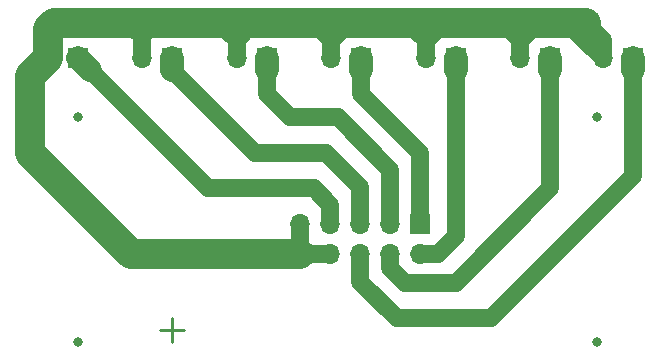
<source format=gbr>
%TF.GenerationSoftware,KiCad,Pcbnew,5.1.8*%
%TF.CreationDate,2021-02-12T19:11:50+01:00*%
%TF.ProjectId,breakout,62726561-6b6f-4757-942e-6b696361645f,rev?*%
%TF.SameCoordinates,Original*%
%TF.FileFunction,Copper,L2,Bot*%
%TF.FilePolarity,Positive*%
%FSLAX46Y46*%
G04 Gerber Fmt 4.6, Leading zero omitted, Abs format (unit mm)*
G04 Created by KiCad (PCBNEW 5.1.8) date 2021-02-12 19:11:50*
%MOMM*%
%LPD*%
G01*
G04 APERTURE LIST*
%TA.AperFunction,ComponentPad*%
%ADD10O,1.700000X1.700000*%
%TD*%
%TA.AperFunction,ComponentPad*%
%ADD11R,1.700000X1.700000*%
%TD*%
%TA.AperFunction,ViaPad*%
%ADD12C,0.800000*%
%TD*%
%TA.AperFunction,Conductor*%
%ADD13C,0.250000*%
%TD*%
%TA.AperFunction,Conductor*%
%ADD14C,1.500000*%
%TD*%
%TA.AperFunction,Conductor*%
%ADD15C,2.000000*%
%TD*%
%TA.AperFunction,Conductor*%
%ADD16C,2.500000*%
%TD*%
G04 APERTURE END LIST*
D10*
%TO.P,J4,2*%
%TO.N,/+12V*%
X173460000Y-62000000D03*
D11*
%TO.P,J4,1*%
%TO.N,/SEG_B*%
X176000000Y-62000000D03*
%TD*%
D10*
%TO.P,J7,2*%
%TO.N,/+12V*%
X133460000Y-62000000D03*
D11*
%TO.P,J7,1*%
%TO.N,/SEG_G*%
X136000000Y-62000000D03*
%TD*%
D10*
%TO.P,J3,2*%
%TO.N,/+12V*%
X149460000Y-62000000D03*
D11*
%TO.P,J3,1*%
%TO.N,/SEG_E*%
X152000000Y-62000000D03*
%TD*%
D10*
%TO.P,J2,2*%
%TO.N,/+12V*%
X165460000Y-62000000D03*
D11*
%TO.P,J2,1*%
%TO.N,/SEG_C*%
X168000000Y-62000000D03*
%TD*%
D10*
%TO.P,J6,2*%
%TO.N,/+12V*%
X180460000Y-62000000D03*
D11*
%TO.P,J6,1*%
%TO.N,/SEG_A*%
X183000000Y-62000000D03*
%TD*%
D10*
%TO.P,J1,2*%
%TO.N,/+12V*%
X157460000Y-62000000D03*
D11*
%TO.P,J1,1*%
%TO.N,/SEG_D*%
X160000000Y-62000000D03*
%TD*%
D10*
%TO.P,J5,2*%
%TO.N,/+12V*%
X141460000Y-62000000D03*
D11*
%TO.P,J5,1*%
%TO.N,/SEG_F*%
X144000000Y-62000000D03*
%TD*%
%TO.P,J0,1*%
%TO.N,/SEG_D*%
X165000000Y-76000000D03*
D10*
%TO.P,J0,2*%
%TO.N,/SEG_C*%
X165000000Y-78540000D03*
%TO.P,J0,3*%
%TO.N,/SEG_E*%
X162460000Y-76000000D03*
%TO.P,J0,4*%
%TO.N,/SEG_B*%
X162460000Y-78540000D03*
%TO.P,J0,5*%
%TO.N,/SEG_F*%
X159920000Y-76000000D03*
%TO.P,J0,6*%
%TO.N,/SEG_A*%
X159920000Y-78540000D03*
%TO.P,J0,7*%
%TO.N,/SEG_G*%
X157380000Y-76000000D03*
%TO.P,J0,8*%
%TO.N,/+12V*%
X157380000Y-78540000D03*
%TO.P,J0,9*%
X154840000Y-76000000D03*
%TO.P,J0,10*%
X154840000Y-78540000D03*
%TD*%
D12*
%TO.N,*%
X180000000Y-67000000D03*
X180000000Y-86000000D03*
X136000000Y-86000000D03*
X136000000Y-67000000D03*
%TD*%
D13*
%TO.N,*%
X144000000Y-84000000D02*
X144000000Y-86000000D01*
X143000000Y-85000000D02*
X145000000Y-85000000D01*
D14*
%TO.N,/SEG_D*%
X160000000Y-65000000D02*
X165000000Y-70000000D01*
X165000000Y-70000000D02*
X165000000Y-76000000D01*
D15*
X160000000Y-62000000D02*
X160000000Y-63000000D01*
D14*
X160000000Y-63000000D02*
X160000000Y-65000000D01*
%TO.N,/SEG_C*%
X166460000Y-78540000D02*
X168000000Y-77000000D01*
X165000000Y-78540000D02*
X166460000Y-78540000D01*
D15*
X168000000Y-62000000D02*
X168000000Y-63000000D01*
D14*
X168000000Y-77000000D02*
X168000000Y-63000000D01*
%TO.N,/SEG_E*%
X162460000Y-71460000D02*
X158000000Y-67000000D01*
X158000000Y-67000000D02*
X154000000Y-67000000D01*
X154000000Y-67000000D02*
X152000000Y-65000000D01*
X162460000Y-76000000D02*
X162460000Y-71460000D01*
D15*
X152000000Y-62000000D02*
X152000000Y-63000000D01*
D14*
X152000000Y-65000000D02*
X152000000Y-63000000D01*
%TO.N,/SEG_B*%
X162460000Y-79742081D02*
X163717919Y-81000000D01*
X163717919Y-81000000D02*
X168000000Y-81000000D01*
X168000000Y-81000000D02*
X176000000Y-73000000D01*
X162460000Y-78540000D02*
X162460000Y-79742081D01*
D15*
X176000000Y-62000000D02*
X176000000Y-63000000D01*
D14*
X176000000Y-73000000D02*
X176000000Y-63000000D01*
%TO.N,/SEG_F*%
X151000000Y-70000000D02*
X157000000Y-70000000D01*
X157000000Y-70000000D02*
X159920000Y-72920000D01*
X144000000Y-63000000D02*
X151000000Y-70000000D01*
X159920000Y-72920000D02*
X159920000Y-76000000D01*
D15*
X144000000Y-62000000D02*
X144000000Y-63000000D01*
D14*
%TO.N,/SEG_A*%
X171000000Y-84000000D02*
X183000000Y-72000000D01*
X159920000Y-80920000D02*
X163000000Y-84000000D01*
X163000000Y-84000000D02*
X171000000Y-84000000D01*
X159920000Y-78540000D02*
X159920000Y-80920000D01*
D15*
X183000000Y-62000000D02*
X183000000Y-63000000D01*
D14*
X183000000Y-72000000D02*
X183000000Y-63000000D01*
%TO.N,/SEG_G*%
X147000000Y-73000000D02*
X156000000Y-73000000D01*
X156000000Y-73000000D02*
X157380000Y-74380000D01*
X157380000Y-74380000D02*
X157380000Y-76000000D01*
D15*
X136000000Y-62000000D02*
X137000000Y-63000000D01*
D14*
X137000000Y-63000000D02*
X147000000Y-73000000D01*
%TO.N,/+12V*%
X154840000Y-76000000D02*
X154840000Y-78540000D01*
X141460000Y-62000000D02*
X141460000Y-59540000D01*
X141460000Y-59540000D02*
X142000000Y-59000000D01*
X149460000Y-59540000D02*
X150000000Y-59000000D01*
X142000000Y-59000000D02*
X150000000Y-59000000D01*
X157460000Y-59540000D02*
X158000000Y-59000000D01*
X165460000Y-59540000D02*
X166000000Y-59000000D01*
X158000000Y-59000000D02*
X166000000Y-59000000D01*
X173460000Y-59540000D02*
X174000000Y-59000000D01*
X174000000Y-59000000D02*
X177460000Y-59000000D01*
X166000000Y-59000000D02*
X174000000Y-59000000D01*
D16*
X140540000Y-78540000D02*
X132000000Y-70000000D01*
X132000000Y-63460000D02*
X133460000Y-62000000D01*
X132000000Y-70000000D02*
X132000000Y-63460000D01*
X133460000Y-62000000D02*
X133460000Y-59540000D01*
X133460000Y-59540000D02*
X134000000Y-59000000D01*
X141460000Y-59460000D02*
X141000000Y-59000000D01*
D14*
X141000000Y-59000000D02*
X142000000Y-59000000D01*
D16*
X141000000Y-59000000D02*
X134000000Y-59000000D01*
D14*
X180460000Y-62000000D02*
X177460000Y-59000000D01*
X173460000Y-62000000D02*
X173460000Y-59540000D01*
X165460000Y-62000000D02*
X165460000Y-59540000D01*
X157460000Y-62000000D02*
X157460000Y-59540000D01*
X149460000Y-62000000D02*
X149460000Y-59540000D01*
X157380000Y-78540000D02*
X154840000Y-78540000D01*
D16*
X154840000Y-78540000D02*
X140540000Y-78540000D01*
D14*
X149460000Y-60460000D02*
X149920000Y-60000000D01*
X149460000Y-60460000D02*
X148000000Y-59000000D01*
X149460000Y-62000000D02*
X149460000Y-60460000D01*
D16*
X141000000Y-59000000D02*
X148000000Y-59000000D01*
D14*
X157460000Y-60460000D02*
X156000000Y-59000000D01*
X157460000Y-62000000D02*
X157460000Y-60460000D01*
X156000000Y-59000000D02*
X158000000Y-59000000D01*
X150000000Y-59000000D02*
X156000000Y-59000000D01*
X157460000Y-60540000D02*
X159000000Y-59000000D01*
X157460000Y-62000000D02*
X157460000Y-60540000D01*
D16*
X148000000Y-59000000D02*
X159000000Y-59000000D01*
D14*
X165460000Y-60460000D02*
X164000000Y-59000000D01*
X165460000Y-62000000D02*
X165460000Y-60460000D01*
D16*
X159000000Y-59000000D02*
X164000000Y-59000000D01*
D14*
X165460000Y-60540000D02*
X167000000Y-59000000D01*
X165460000Y-62000000D02*
X165460000Y-60540000D01*
D16*
X164000000Y-59000000D02*
X167000000Y-59000000D01*
D14*
X173460000Y-60460000D02*
X172000000Y-59000000D01*
X173460000Y-62000000D02*
X173460000Y-60460000D01*
D16*
X167000000Y-59000000D02*
X172000000Y-59000000D01*
D14*
X173460000Y-60540000D02*
X175000000Y-59000000D01*
X173460000Y-62000000D02*
X173460000Y-60540000D01*
D16*
X175000000Y-59000000D02*
X177460000Y-59000000D01*
X172000000Y-59000000D02*
X175000000Y-59000000D01*
D14*
X180460000Y-62000000D02*
X180460000Y-60460000D01*
X180460000Y-60460000D02*
X179000000Y-59000000D01*
D16*
X177000000Y-59000000D02*
X179000000Y-59000000D01*
D14*
X177000000Y-59000000D02*
X172000000Y-59000000D01*
%TD*%
M02*

</source>
